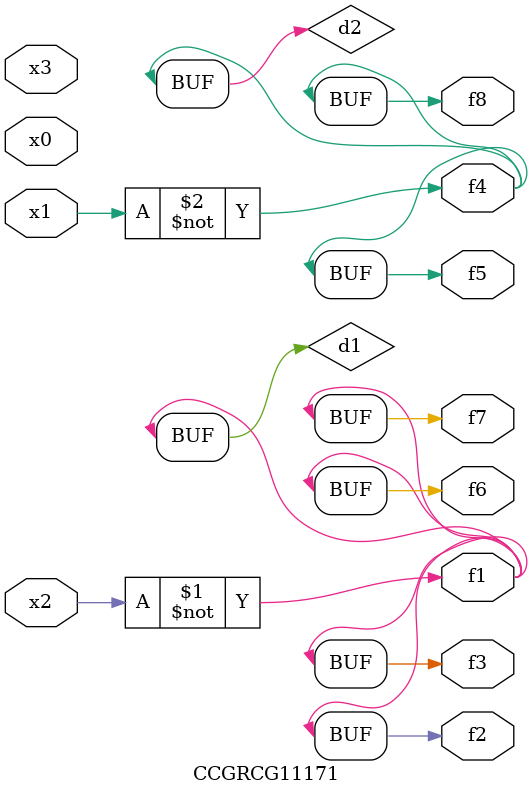
<source format=v>
module CCGRCG11171(
	input x0, x1, x2, x3,
	output f1, f2, f3, f4, f5, f6, f7, f8
);

	wire d1, d2;

	xnor (d1, x2);
	not (d2, x1);
	assign f1 = d1;
	assign f2 = d1;
	assign f3 = d1;
	assign f4 = d2;
	assign f5 = d2;
	assign f6 = d1;
	assign f7 = d1;
	assign f8 = d2;
endmodule

</source>
